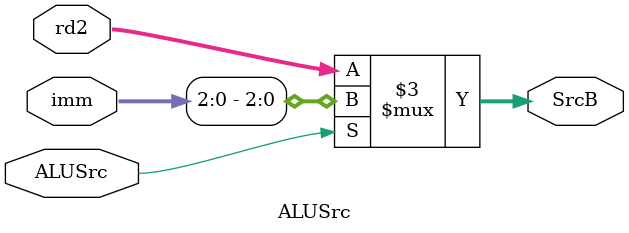
<source format=sv>
module ALUSrc(
  input wire [2:0] rd2,    // rd2 deðeri
  input wire [5:0] imm,    // imm(5:0)
  input ALUSrc, // MUX seçim sinyali (1: imm, 0: rd2)
  output reg [2:0] SrcB   // MUX çýkýþý
);

  // 2x1 MUX
  always_comb begin
    if (ALUSrc)
      SrcB <= imm;
    else
      SrcB <= rd2;
  end

endmodule
</source>
